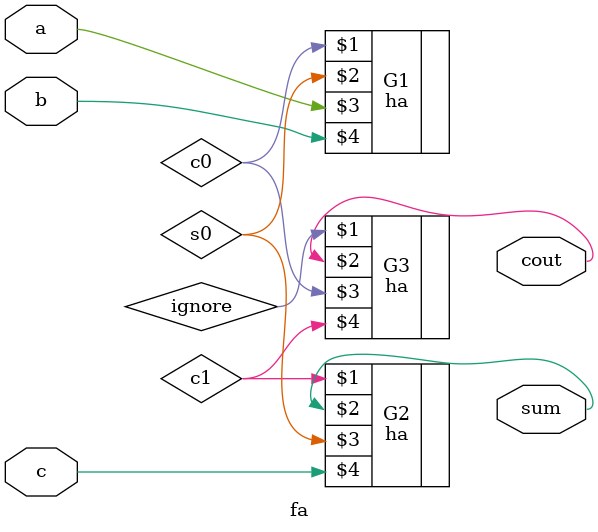
<source format=v>
module fa (cout,sum,a,b,c);
input a,b,c;
output cout,sum;

wire c0,s0,c1,sum,unused,cout;

ha G1 (c0,s0,a,b);
ha G2 (c1,sum,s0,c);
ha G3 (ignore,cout,c0,c1);

endmodule

</source>
